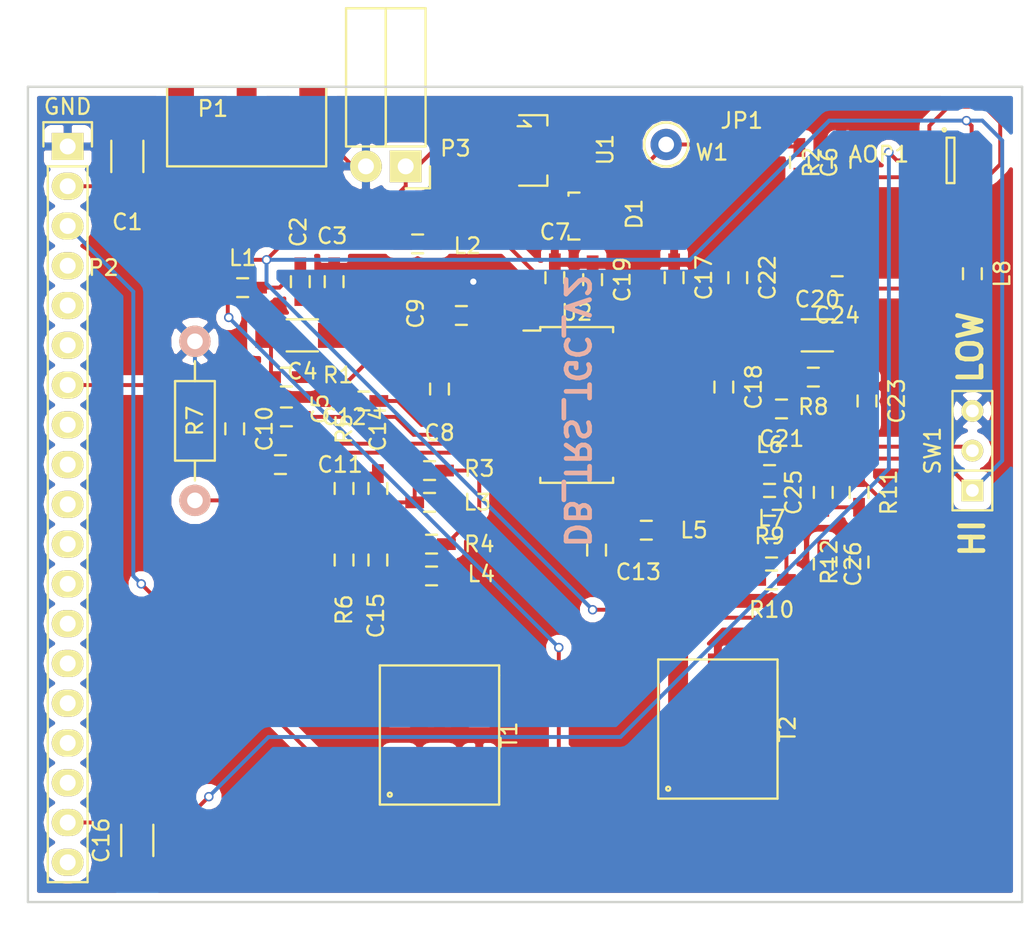
<source format=kicad_pcb>
(kicad_pcb (version 4) (host pcbnew 4.0.4+e1-6308~48~ubuntu16.04.1-stable)
  (layers (0 F.Cu signal) (31 B.Cu signal) (34 B.Paste user) (35 F.Paste user) (36 B.SilkS user) (37 F.SilkS user) (38 B.Mask user) (39 F.Mask user) (44 Edge.Cuts user))
  (net 0 "")
  (net 1 "Net-(AOP1-Pad1)")
  (net 2 "Net-(AOP1-Pad2)")
  (net 3 "Net-(AOP1-Pad3)")
  (net 4 "Net-(AOP1-Pad6)")
  (net 5 GND)
  (net 6 "Net-(C2-Pad1)")
  (net 7 "Net-(C2-Pad2)")
  (net 8 "Net-(C4-Pad2)")
  (net 9 "Net-(C5-Pad1)")
  (net 10 "Net-(C5-Pad2)")
  (net 11 "Net-(C6-Pad1)")
  (net 12 "Net-(C8-Pad1)")
  (net 13 "Net-(C8-Pad2)")
  (net 14 "Net-(C9-Pad2)")
  (net 15 "Net-(C13-Pad1)")
  (net 16 "Net-(C14-Pad1)")
  (net 17 "Net-(C14-Pad2)")
  (net 18 "Net-(C15-Pad1)")
  (net 19 "Net-(C15-Pad2)")
  (net 20 "Net-(D1-Pad1)")
  (net 21 "Net-(L3-Pad1)")
  (net 22 "Net-(L4-Pad1)")
  (net 23 "Net-(P1-Pad1)")
  (net 24 "Net-(P2-Pad3)")
  (net 25 "Net-(R5-Pad1)")
  (net 26 "Net-(R6-Pad1)")
  (net 27 "Net-(SW1-Pad2)")
  (net 28 "Net-(U1-Pad2)")
  (net 29 "Net-(C19-Pad2)")
  (net 30 "Net-(C10-Pad2)")
  (net 31 "Net-(C11-Pad2)")
  (net 32 "Net-(C12-Pad2)")
  (net 33 "Net-(C17-Pad2)")
  (net 34 "Net-(C18-Pad1)")
  (net 35 "Net-(C18-Pad2)")
  (net 36 "Net-(C20-Pad1)")
  (net 37 "Net-(C20-Pad2)")
  (net 38 "Net-(C21-Pad1)")
  (net 39 "Net-(C21-Pad2)")
  (net 40 "Net-(C23-Pad2)")
  (net 41 "Net-(C24-Pad1)")
  (net 42 "Net-(C25-Pad1)")
  (net 43 "Net-(C25-Pad2)")
  (net 44 "Net-(C26-Pad1)")
  (net 45 "Net-(C26-Pad2)")
  (net 46 "Net-(L6-Pad1)")
  (net 47 "Net-(L7-Pad1)")
  (net 48 "Net-(R11-Pad1)")
  (net 49 "Net-(R12-Pad1)")
  (net 50 "Net-(L1-Pad1)")
  (module Echopen:Header_pin_angled_1x19 (layer F.Cu) (at 46.99 110.49)
    (fp_text reference P2 (at 2.286 -15.113) (layer F.SilkS))
    (fp_text value CONN_01X19)
    (fp_text user GND (at 0 -25.4) (layer F.SilkS))
    (pad 1 thru_hole rect (at 0 -22.86 270) (size 1.7272 2.032) (drill 1.016) (layers *.Cu *.Mask F.SilkS) (net 5 GND))
    (pad 2 thru_hole oval (at 0 -20.32 270) (size 1.7272 2.032) (drill 1.016) (layers *.Cu *.Mask F.SilkS) (net 4 "Net-(AOP1-Pad6)"))
    (pad 3 thru_hole oval (at 0 -17.78 270) (size 1.7272 2.032) (drill 1.016) (layers *.Cu *.Mask F.SilkS) (net 24 "Net-(P2-Pad3)"))
    (pad 4 thru_hole oval (at 0 -15.24 270) (size 1.7272 2.032) (drill 1.016) (layers *.Cu *.Mask F.SilkS))
    (pad 5 thru_hole oval (at 0 -12.7 270) (size 1.7272 2.032) (drill 1.016) (layers *.Cu *.Mask F.SilkS))
    (pad 6 thru_hole oval (at 0 -10.16 270) (size 1.7272 2.032) (drill 1.016) (layers *.Cu *.Mask F.SilkS))
    (pad 7 thru_hole oval (at 0 -7.62 270) (size 1.7272 2.032) (drill 1.016) (layers *.Cu *.Mask F.SilkS) (net 30 "Net-(C10-Pad2)"))
    (pad 8 thru_hole oval (at 0 -5.08 270) (size 1.7272 2.032) (drill 1.016) (layers *.Cu *.Mask F.SilkS))
    (pad 9 thru_hole oval (at 0 -2.54 270) (size 1.7272 2.032) (drill 1.016) (layers *.Cu *.Mask F.SilkS))
    (pad 10 thru_hole oval (at 0 0 270) (size 1.7272 2.032) (drill 1.016) (layers *.Cu *.Mask F.SilkS))
    (pad 11 thru_hole oval (at 0 2.54 270) (size 1.7272 2.032) (drill 1.016) (layers *.Cu *.Mask F.SilkS))
    (pad 12 thru_hole oval (at 0 5.08 270) (size 1.7272 2.032) (drill 1.016) (layers *.Cu *.Mask F.SilkS))
    (pad 13 thru_hole oval (at 0 7.62 270) (size 1.7272 2.032) (drill 1.016) (layers *.Cu *.Mask F.SilkS))
    (pad 14 thru_hole oval (at 0 10.16 270) (size 1.7272 2.032) (drill 1.016) (layers *.Cu *.Mask F.SilkS))
    (pad 15 thru_hole oval (at 0 12.7 270) (size 1.7272 2.032) (drill 1.016) (layers *.Cu *.Mask F.SilkS))
    (pad 16 thru_hole oval (at 0 15.24 270) (size 1.7272 2.032) (drill 1.016) (layers *.Cu *.Mask F.SilkS))
    (pad 17 thru_hole oval (at 0 17.78 270) (size 1.7272 2.032) (drill 1.016) (layers *.Cu *.Mask F.SilkS))
    (pad 18 thru_hole oval (at 0 20.32 270) (size 1.7272 2.032) (drill 1.016) (layers *.Cu *.Mask F.SilkS) (net 2 "Net-(AOP1-Pad2)"))
    (pad 19 thru_hole oval (at 0 22.86 270) (size 1.7272 2.032) (drill 1.016) (layers *.Cu *.Mask F.SilkS))
  )
  (module "Echopen:SOT-23-6_Handsoldering(OPA625)" (layer F.Cu) (at 103.378 88.519)
    (fp_text reference AOP1 (at -4.572 -0.381) (layer F.SilkS))
    (fp_text value OPA625)
    (pad 1 smd rect (at -1.35 -0.95) (size 1.56 0.65) (layers F.Cu F.Paste F.Mask) (net 1 "Net-(AOP1-Pad1)"))
    (pad 2 smd rect (at -1.35 0) (size 1.56 0.65) (layers F.Cu F.Paste F.Mask) (net 2 "Net-(AOP1-Pad2)"))
    (pad 3 smd rect (at -1.35 0.95) (size 1.56 0.65) (layers F.Cu F.Paste F.Mask) (net 3 "Net-(AOP1-Pad3)"))
    (pad 4 smd rect (at 1.35 0.95) (size 1.56 0.65) (layers F.Cu F.Paste F.Mask) (net 1 "Net-(AOP1-Pad1)"))
    (pad 6 smd rect (at 1.35 -0.95) (size 1.56 0.65) (layers F.Cu F.Paste F.Mask) (net 4 "Net-(AOP1-Pad6)"))
    (pad 5 smd rect (at 1.35 0) (size 1.56 0.65) (layers F.Cu F.Paste F.Mask) (net 2 "Net-(AOP1-Pad2)"))
  )
  (module Echopen:CMS_1206 (layer F.Cu) (at 50.8 88.265 90)
    (fp_text reference C1 (at -4.191 0 180) (layer F.SilkS))
    (fp_text value 10u)
    (pad 1 smd rect (at -2 0 90) (size 2 1.6) (layers F.Cu F.Paste F.Mask) (net 4 "Net-(AOP1-Pad6)"))
    (pad 2 smd rect (at 2 0 90) (size 2 1.6) (layers F.Cu F.Paste F.Mask) (net 5 GND))
  )
  (module Echopen:CMS_0603 (layer F.Cu) (at 61.849 96.266 270)
    (fp_text reference C2 (at -3.175 0.127 270) (layer F.SilkS))
    (fp_text value 100n)
    (pad 1 smd rect (at -0.95 0 270) (size 1.2 0.75) (layers F.Cu F.Paste F.Mask) (net 6 "Net-(C2-Pad1)"))
    (pad 2 smd rect (at 0.95 0 270) (size 1.2 0.75) (layers F.Cu F.Paste F.Mask) (net 7 "Net-(C2-Pad2)"))
  )
  (module Echopen:CMS_0603 (layer F.Cu) (at 64.008 96.266 270)
    (fp_text reference C3 (at -2.921 0.127 360) (layer F.SilkS))
    (fp_text value 22p)
    (pad 1 smd rect (at -0.95 0 270) (size 1.2 0.75) (layers F.Cu F.Paste F.Mask) (net 5 GND))
    (pad 2 smd rect (at 0.95 0 270) (size 1.2 0.75) (layers F.Cu F.Paste F.Mask) (net 7 "Net-(C2-Pad2)"))
  )
  (module Echopen:CMS_0603 (layer F.Cu) (at 65.913 103.886)
    (fp_text reference C5 (at -2.794 0.508 90) (layer F.SilkS))
    (fp_text value 100n)
    (pad 1 smd rect (at -0.95 0) (size 1.2 0.75) (layers F.Cu F.Paste F.Mask) (net 9 "Net-(C5-Pad1)"))
    (pad 2 smd rect (at 0.95 0) (size 1.2 0.75) (layers F.Cu F.Paste F.Mask) (net 10 "Net-(C5-Pad2)"))
  )
  (module Echopen:CMS_0603 (layer F.Cu) (at 93.726 88.646 270)
    (fp_text reference C6 (at 0 -1.9 270) (layer F.SilkS))
    (fp_text value 1n)
    (pad 1 smd rect (at -0.95 0 270) (size 1.2 0.75) (layers F.Cu F.Paste F.Mask) (net 11 "Net-(C6-Pad1)"))
    (pad 2 smd rect (at 0.95 0 270) (size 1.2 0.75) (layers F.Cu F.Paste F.Mask) (net 3 "Net-(AOP1-Pad3)"))
  )
  (module Echopen:CMS_0603 (layer F.Cu) (at 78.105 96.012 270)
    (fp_text reference C7 (at -2.921 0 360) (layer F.SilkS))
    (fp_text value 100n)
    (pad 1 smd rect (at -0.95 0 270) (size 1.2 0.75) (layers F.Cu F.Paste F.Mask) (net 5 GND))
    (pad 2 smd rect (at 0.95 0 270) (size 1.2 0.75) (layers F.Cu F.Paste F.Mask) (net 29 "Net-(C19-Pad2)"))
  )
  (module Echopen:CMS_0603 (layer F.Cu) (at 70.739 103.124 270)
    (fp_text reference C8 (at 2.794 0 360) (layer F.SilkS))
    (fp_text value 100n)
    (pad 1 smd rect (at -0.95 0 270) (size 1.2 0.75) (layers F.Cu F.Paste F.Mask) (net 12 "Net-(C8-Pad1)"))
    (pad 2 smd rect (at 0.95 0 270) (size 1.2 0.75) (layers F.Cu F.Paste F.Mask) (net 13 "Net-(C8-Pad2)"))
  )
  (module Echopen:CMS_0603 (layer F.Cu) (at 72.136 98.425)
    (fp_text reference C9 (at -2.921 -0.127 90) (layer F.SilkS))
    (fp_text value 100n)
    (pad 1 smd rect (at -0.95 0) (size 1.2 0.75) (layers F.Cu F.Paste F.Mask) (net 5 GND))
    (pad 2 smd rect (at 0.95 0) (size 1.2 0.75) (layers F.Cu F.Paste F.Mask) (net 14 "Net-(C9-Pad2)"))
  )
  (module Echopen:CMS_0603 (layer F.Cu) (at 57.658 105.664 270)
    (fp_text reference C10 (at 0 -1.9 270) (layer F.SilkS))
    (fp_text value 1n)
    (pad 1 smd rect (at -0.95 0 270) (size 1.2 0.75) (layers F.Cu F.Paste F.Mask) (net 5 GND))
    (pad 2 smd rect (at 0.95 0 270) (size 1.2 0.75) (layers F.Cu F.Paste F.Mask) (net 30 "Net-(C10-Pad2)"))
  )
  (module Echopen:CMS_0603 (layer F.Cu) (at 60.579 107.95)
    (fp_text reference C11 (at 3.81 0) (layer F.SilkS))
    (fp_text value 100n)
    (pad 1 smd rect (at -0.95 0) (size 1.2 0.75) (layers F.Cu F.Paste F.Mask) (net 5 GND))
    (pad 2 smd rect (at 0.95 0) (size 1.2 0.75) (layers F.Cu F.Paste F.Mask) (net 31 "Net-(C11-Pad2)"))
  )
  (module Echopen:CMS_0603 (layer F.Cu) (at 60.96 104.902)
    (fp_text reference C12 (at 3.683 0) (layer F.SilkS))
    (fp_text value 100n)
    (pad 1 smd rect (at -0.95 0) (size 1.2 0.75) (layers F.Cu F.Paste F.Mask) (net 5 GND))
    (pad 2 smd rect (at 0.95 0) (size 1.2 0.75) (layers F.Cu F.Paste F.Mask) (net 32 "Net-(C12-Pad2)"))
  )
  (module Echopen:CMS_0603 (layer F.Cu) (at 80.772 113.411 270)
    (fp_text reference C13 (at 1.397 -2.667 360) (layer F.SilkS))
    (fp_text value 100n)
    (pad 1 smd rect (at -0.95 0 270) (size 1.2 0.75) (layers F.Cu F.Paste F.Mask) (net 15 "Net-(C13-Pad1)"))
    (pad 2 smd rect (at 0.95 0 270) (size 1.2 0.75) (layers F.Cu F.Paste F.Mask) (net 5 GND))
  )
  (module Echopen:CMS_0603 (layer F.Cu) (at 66.802 109.474 270)
    (fp_text reference C14 (at -3.81 0 270) (layer F.SilkS))
    (fp_text value 100n)
    (pad 1 smd rect (at -0.95 0 270) (size 1.2 0.75) (layers F.Cu F.Paste F.Mask) (net 16 "Net-(C14-Pad1)"))
    (pad 2 smd rect (at 0.95 0 270) (size 1.2 0.75) (layers F.Cu F.Paste F.Mask) (net 17 "Net-(C14-Pad2)"))
  )
  (module Echopen:CMS_0603 (layer F.Cu) (at 66.802 114.046 90)
    (fp_text reference C15 (at -3.556 -0.127 90) (layer F.SilkS))
    (fp_text value 100n)
    (pad 1 smd rect (at -0.95 0 90) (size 1.2 0.75) (layers F.Cu F.Paste F.Mask) (net 18 "Net-(C15-Pad1)"))
    (pad 2 smd rect (at 0.95 0 90) (size 1.2 0.75) (layers F.Cu F.Paste F.Mask) (net 19 "Net-(C15-Pad2)"))
  )
  (module Echopen:Jumper (layer F.Cu) (at 90.043 87.63)
    (fp_text reference JP1 (at 0 -1.651) (layer F.SilkS))
    (fp_text value JUMPER)
    (pad 1 smd rect (at -0.889 0) (size 1.27 1.27) (layers F.Cu F.Paste F.Mask) (net 20 "Net-(D1-Pad1)"))
    (pad 2 smd rect (at 0.889 0) (size 1.27 1.27) (layers F.Cu F.Paste F.Mask) (net 11 "Net-(C6-Pad1)"))
  )
  (module Echopen:CMS_0603 (layer F.Cu) (at 58.166 96.647)
    (fp_text reference L1 (at 0 -1.9) (layer F.SilkS))
    (fp_text value 120n)
    (pad 1 smd rect (at -0.95 0) (size 1.2 0.75) (layers F.Cu F.Paste F.Mask) (net 50 "Net-(L1-Pad1)"))
    (pad 2 smd rect (at 0.95 0) (size 1.2 0.75) (layers F.Cu F.Paste F.Mask) (net 6 "Net-(C2-Pad1)"))
  )
  (module Echopen:CMS_0603 (layer F.Cu) (at 69.342 93.853)
    (fp_text reference L2 (at 3.175 0.127) (layer F.SilkS))
    (fp_text value 120n)
    (pad 1 smd rect (at -0.95 0) (size 1.2 0.75) (layers F.Cu F.Paste F.Mask) (net 4 "Net-(AOP1-Pad6)"))
    (pad 2 smd rect (at 0.95 0) (size 1.2 0.75) (layers F.Cu F.Paste F.Mask) (net 29 "Net-(C19-Pad2)"))
  )
  (module Echopen:CMS_0603 (layer F.Cu) (at 70.104 110.363 180)
    (fp_text reference L3 (at -3.048 0 180) (layer F.SilkS))
    (fp_text value 120n)
    (pad 1 smd rect (at -0.95 0 180) (size 1.2 0.75) (layers F.Cu F.Paste F.Mask) (net 21 "Net-(L3-Pad1)"))
    (pad 2 smd rect (at 0.95 0 180) (size 1.2 0.75) (layers F.Cu F.Paste F.Mask) (net 17 "Net-(C14-Pad2)"))
  )
  (module Echopen:CMS_0603 (layer F.Cu) (at 70.231 115.062 180)
    (fp_text reference L4 (at -3.175 0.127 180) (layer F.SilkS))
    (fp_text value 120n)
    (pad 1 smd rect (at -0.95 0 180) (size 1.2 0.75) (layers F.Cu F.Paste F.Mask) (net 22 "Net-(L4-Pad1)"))
    (pad 2 smd rect (at 0.95 0 180) (size 1.2 0.75) (layers F.Cu F.Paste F.Mask) (net 19 "Net-(C15-Pad2)"))
  )
  (module Echopen:CMS_0603 (layer F.Cu) (at 83.947 112.141)
    (fp_text reference L5 (at 3.048 0) (layer F.SilkS))
    (fp_text value 120n)
    (pad 1 smd rect (at -0.95 0) (size 1.2 0.75) (layers F.Cu F.Paste F.Mask) (net 15 "Net-(C13-Pad1)"))
    (pad 2 smd rect (at 0.95 0) (size 1.2 0.75) (layers F.Cu F.Paste F.Mask) (net 4 "Net-(AOP1-Pad6)"))
  )
  (module Socket_Strips:Socket_Strip_Angled_1x02 (layer F.Cu) (at 68.58 88.9 180)
    (fp_text reference P3 (at -3.175 1.143 180) (layer F.SilkS))
    (fp_text value CONN_01X02)
    (pad 1 thru_hole rect (at 0 0 180) (size 2.032 2.032) (drill 1.016) (layers *.Cu *.Mask F.SilkS) (net 23 "Net-(P1-Pad1)"))
    (pad 2 thru_hole oval (at 2.54 0 180) (size 2.032 2.032) (drill 1.016) (layers *.Cu *.Mask F.SilkS) (net 5 GND))
  )
  (module Echopen:CMS_0603 (layer F.Cu) (at 60.96 102.362)
    (fp_text reference R1 (at 3.302 -0.127) (layer F.SilkS))
    (fp_text value 274)
    (pad 1 smd rect (at -0.95 0) (size 1.2 0.75) (layers F.Cu F.Paste F.Mask) (net 8 "Net-(C4-Pad2)"))
    (pad 2 smd rect (at 0.95 0) (size 1.2 0.75) (layers F.Cu F.Paste F.Mask) (net 9 "Net-(C5-Pad1)"))
  )
  (module Echopen:CMS_0603 (layer F.Cu) (at 96.393 88.646 90)
    (fp_text reference R2 (at 0 -1.9 90) (layer F.SilkS))
    (fp_text value 220)
    (pad 1 smd rect (at -0.95 0 90) (size 1.2 0.75) (layers F.Cu F.Paste F.Mask) (net 3 "Net-(AOP1-Pad3)"))
    (pad 2 smd rect (at 0.95 0 90) (size 1.2 0.75) (layers F.Cu F.Paste F.Mask) (net 5 GND))
  )
  (module Echopen:CMS_0603 (layer F.Cu) (at 70.104 108.331)
    (fp_text reference R3 (at 3.175 -0.127) (layer F.SilkS))
    (fp_text value 100)
    (pad 1 smd rect (at -0.95 0) (size 1.2 0.75) (layers F.Cu F.Paste F.Mask) (net 17 "Net-(C14-Pad2)"))
    (pad 2 smd rect (at 0.95 0) (size 1.2 0.75) (layers F.Cu F.Paste F.Mask) (net 21 "Net-(L3-Pad1)"))
  )
  (module Echopen:CMS_0603 (layer F.Cu) (at 70.231 113.03)
    (fp_text reference R4 (at 3.048 0) (layer F.SilkS))
    (fp_text value 100)
    (pad 1 smd rect (at -0.95 0) (size 1.2 0.75) (layers F.Cu F.Paste F.Mask) (net 19 "Net-(C15-Pad2)"))
    (pad 2 smd rect (at 0.95 0) (size 1.2 0.75) (layers F.Cu F.Paste F.Mask) (net 22 "Net-(L4-Pad1)"))
  )
  (module Echopen:CMS_0603 (layer F.Cu) (at 64.643 109.474 90)
    (fp_text reference R5 (at 3.81 0 90) (layer F.SilkS))
    (fp_text value 237)
    (pad 1 smd rect (at -0.95 0 90) (size 1.2 0.75) (layers F.Cu F.Paste F.Mask) (net 25 "Net-(R5-Pad1)"))
    (pad 2 smd rect (at 0.95 0 90) (size 1.2 0.75) (layers F.Cu F.Paste F.Mask) (net 16 "Net-(C14-Pad1)"))
  )
  (module Echopen:CMS_0603 (layer F.Cu) (at 64.643 114.046 270)
    (fp_text reference R6 (at 3.175 0 270) (layer F.SilkS))
    (fp_text value 237)
    (pad 1 smd rect (at -0.95 0 270) (size 1.2 0.75) (layers F.Cu F.Paste F.Mask) (net 26 "Net-(R6-Pad1)"))
    (pad 2 smd rect (at 0.95 0 270) (size 1.2 0.75) (layers F.Cu F.Paste F.Mask) (net 18 "Net-(C15-Pad1)"))
  )
  (module Buttons_Switches_ThroughHole:SW_Micro_SPST (layer F.Cu) (at 104.775 107.061 90)
    (fp_text reference SW1 (at 0 -2.54 90) (layer F.SilkS))
    (fp_text value SWITCH_INV)
    (pad 1 thru_hole rect (at -2.54 0 90) (size 1.397 1.397) (drill 0.8128) (layers *.Cu *.Mask F.SilkS) (net 4 "Net-(AOP1-Pad6)"))
    (pad 2 thru_hole circle (at 0 0 90) (size 1.397 1.397) (drill 0.8128) (layers *.Cu *.Mask F.SilkS) (net 27 "Net-(SW1-Pad2)"))
    (pad 3 thru_hole circle (at 2.54 0 90) (size 1.397 1.397) (drill 0.8128) (layers *.Cu *.Mask F.SilkS) (net 5 GND))
  )
  (module "Echopen:SOT89-3_(MD0100)" (layer F.Cu) (at 76.327 87.884 270)
    (fp_text reference U1 (at -0.0508 -5.00126 270) (layer F.SilkS))
    (fp_text value MD0100)
    (pad 1 smd rect (at -1.50114 2.35204 270) (size 1.00076 2.5019) (layers F.Cu F.Paste F.Mask) (net 23 "Net-(P1-Pad1)"))
    (pad 2 smd rect (at 0 2.35204 270) (size 1.00076 2.5019) (layers F.Cu F.Paste F.Mask) (net 28 "Net-(U1-Pad2)"))
    (pad 3 smd rect (at 1.50114 2.35204 270) (size 1.00076 2.5019) (layers F.Cu F.Paste F.Mask) (net 20 "Net-(D1-Pad1)"))
    (pad 2 smd rect (at 0 -1.6002 270) (size 1.99898 4.0005) (layers F.Cu F.Paste F.Mask) (net 28 "Net-(U1-Pad2)"))
    (pad 2 smd trapezoid (at 0 0.7493 90) (size 1.50114 0.7493) (rect_delta 0 0.50038) (layers F.Cu F.Paste F.Mask) (net 28 "Net-(U1-Pad2)"))
  )
  (module Measurement_Points:Test_Point_Keystone_5000-5004_Miniature (layer F.Cu) (at 85.217 87.503)
    (fp_text reference W1 (at 2.921 0.508) (layer F.SilkS))
    (fp_text value TEST_1P)
    (pad 1 thru_hole circle (at 0 0) (size 2 2) (drill 1) (layers *.Cu *.Mask) (net 20 "Net-(D1-Pad1)"))
  )
  (module Echopen:SMA (layer F.Cu) (at 58.42 86.36 180)
    (fp_text reference P1 (at 2.159 1.143 180) (layer F.SilkS))
    (fp_text value SMA)
    (pad 2 smd rect (at -4.2545 0 180) (size 1.778 5.08) (layers *.Paste *.Mask F.Cu) (net 5 GND))
    (pad 2 smd rect (at 4.2545 0 180) (size 1.778 5.08) (layers *.Paste *.Mask F.Cu) (net 5 GND))
    (pad 1 smd rect (at 0 0 180) (size 1.27 5.08) (layers F.Cu F.Paste F.Mask) (net 23 "Net-(P1-Pad1)"))
  )
  (module Echopen:SOT-23 (layer F.Cu) (at 79.629 92.075 90)
    (fp_text reference D1 (at 0.127 3.556 90) (layer F.SilkS))
    (fp_text value BAV99)
    (pad 2 smd rect (at -0.95 1.50114 90) (size 0.8001 1.80086) (layers F.Cu F.Paste F.Mask) (net 5 GND))
    (pad 3 smd rect (at 0.95 1.50114 90) (size 0.8001 1.80086) (layers F.Cu F.Paste F.Mask) (net 5 GND))
    (pad 1 smd rect (at 0 -1.50114 90) (size 0.8001 1.80086) (layers F.Cu F.Paste F.Mask) (net 20 "Net-(D1-Pad1)"))
  )
  (module Echopen:CMS_1206 (layer F.Cu) (at 51.435 131.953 90)
    (fp_text reference C16 (at 0 -2.3 90) (layer F.SilkS))
    (fp_text value 10u)
    (pad 1 smd rect (at -2 0 90) (size 2 1.6) (layers F.Cu F.Paste F.Mask) (net 5 GND))
    (pad 2 smd rect (at 2 0 90) (size 2 1.6) (layers F.Cu F.Paste F.Mask) (net 2 "Net-(AOP1-Pad2)"))
  )
  (module Echopen:CMS_1206 (layer F.Cu) (at 61.976 99.695 180)
    (fp_text reference C4 (at 0 -2.3 180) (layer F.SilkS))
    (fp_text value 18n)
    (pad 1 smd rect (at -2 0 180) (size 2 1.6) (layers F.Cu F.Paste F.Mask) (net 7 "Net-(C2-Pad2)"))
    (pad 2 smd rect (at 2 0 180) (size 2 1.6) (layers F.Cu F.Paste F.Mask) (net 8 "Net-(C4-Pad2)"))
  )
  (module "Echopen:Transfo_6pins(coilcraft)" (layer F.Cu) (at 70.739 125.222 270)
    (fp_text reference T1 (at 0 -4.445 270) (layer F.SilkS))
    (fp_text value TRANSFO_6pins)
    (pad 3 smd rect (at -2.921 -2.54 270) (size 3.81 1.27) (layers F.Cu F.Paste F.Mask) (net 26 "Net-(R6-Pad1)"))
    (pad 2 smd rect (at -2.921 0 270) (size 3.81 1.27) (layers F.Cu F.Paste F.Mask) (net 5 GND))
    (pad 1 smd rect (at -2.921 2.54 270) (size 3.81 1.27) (layers F.Cu F.Paste F.Mask) (net 25 "Net-(R5-Pad1)"))
    (pad 4 smd rect (at 2.921 -2.54 270) (size 3.81 1.27) (layers F.Cu F.Paste F.Mask) (net 5 GND))
    (pad 5 smd rect (at 2.921 0 270) (size 3.81 1.27) (layers F.Cu F.Paste F.Mask))
    (pad 6 smd rect (at 2.921 2.54 270) (size 3.81 1.27) (layers F.Cu F.Paste F.Mask) (net 24 "Net-(P2-Pad3)"))
  )
  (module Echopen:CMS_0603 (layer F.Cu) (at 85.725 96.012 270)
    (fp_text reference C17 (at 0 -1.9 270) (layer F.SilkS))
    (fp_text value 100n)
    (pad 1 smd rect (at -0.95 0 270) (size 1.2 0.75) (layers F.Cu F.Paste F.Mask) (net 5 GND))
    (pad 2 smd rect (at 0.95 0 270) (size 1.2 0.75) (layers F.Cu F.Paste F.Mask) (net 33 "Net-(C17-Pad2)"))
  )
  (module Echopen:CMS_0603 (layer F.Cu) (at 88.9 102.997 270)
    (fp_text reference C18 (at 0 -1.9 270) (layer F.SilkS))
    (fp_text value 100n)
    (pad 1 smd rect (at -0.95 0 270) (size 1.2 0.75) (layers F.Cu F.Paste F.Mask) (net 34 "Net-(C18-Pad1)"))
    (pad 2 smd rect (at 0.95 0 270) (size 1.2 0.75) (layers F.Cu F.Paste F.Mask) (net 35 "Net-(C18-Pad2)"))
  )
  (module Echopen:CMS_0603 (layer F.Cu) (at 80.518 96.139 270)
    (fp_text reference C19 (at 0 -1.9 270) (layer F.SilkS))
    (fp_text value 100n)
    (pad 1 smd rect (at -0.95 0 270) (size 1.2 0.75) (layers F.Cu F.Paste F.Mask) (net 5 GND))
    (pad 2 smd rect (at 0.95 0 270) (size 1.2 0.75) (layers F.Cu F.Paste F.Mask) (net 29 "Net-(C19-Pad2)"))
  )
  (module Echopen:CMS_1206 (layer F.Cu) (at 94.869 99.695)
    (fp_text reference C20 (at 0 -2.3) (layer F.SilkS))
    (fp_text value 18n)
    (pad 1 smd rect (at -2 0) (size 2 1.6) (layers F.Cu F.Paste F.Mask) (net 36 "Net-(C20-Pad1)"))
    (pad 2 smd rect (at 2 0) (size 2 1.6) (layers F.Cu F.Paste F.Mask) (net 37 "Net-(C20-Pad2)"))
  )
  (module Echopen:CMS_0603 (layer F.Cu) (at 92.583 104.394 180)
    (fp_text reference C21 (at 0 -1.9 180) (layer F.SilkS))
    (fp_text value 100n)
    (pad 1 smd rect (at -0.95 0 180) (size 1.2 0.75) (layers F.Cu F.Paste F.Mask) (net 38 "Net-(C21-Pad1)"))
    (pad 2 smd rect (at 0.95 0 180) (size 1.2 0.75) (layers F.Cu F.Paste F.Mask) (net 39 "Net-(C21-Pad2)"))
  )
  (module Echopen:CMS_0603 (layer F.Cu) (at 89.789 96.012 270)
    (fp_text reference C22 (at 0 -1.9 270) (layer F.SilkS))
    (fp_text value 22p)
    (pad 1 smd rect (at -0.95 0 270) (size 1.2 0.75) (layers F.Cu F.Paste F.Mask) (net 5 GND))
    (pad 2 smd rect (at 0.95 0 270) (size 1.2 0.75) (layers F.Cu F.Paste F.Mask) (net 36 "Net-(C20-Pad1)"))
  )
  (module Echopen:CMS_0603 (layer F.Cu) (at 98.044 103.886 270)
    (fp_text reference C23 (at 0 -1.9 270) (layer F.SilkS))
    (fp_text value 100n)
    (pad 1 smd rect (at -0.95 0 270) (size 1.2 0.75) (layers F.Cu F.Paste F.Mask) (net 5 GND))
    (pad 2 smd rect (at 0.95 0 270) (size 1.2 0.75) (layers F.Cu F.Paste F.Mask) (net 40 "Net-(C23-Pad2)"))
  )
  (module Echopen:CMS_0603 (layer F.Cu) (at 96.139 96.52 180)
    (fp_text reference C24 (at 0 -1.9 180) (layer F.SilkS))
    (fp_text value 100n)
    (pad 1 smd rect (at -0.95 0 180) (size 1.2 0.75) (layers F.Cu F.Paste F.Mask) (net 41 "Net-(C24-Pad1)"))
    (pad 2 smd rect (at 0.95 0 180) (size 1.2 0.75) (layers F.Cu F.Paste F.Mask) (net 36 "Net-(C20-Pad1)"))
  )
  (module Echopen:CMS_0603 (layer F.Cu) (at 95.25 109.728 90)
    (fp_text reference C25 (at 0 -1.9 90) (layer F.SilkS))
    (fp_text value 100n)
    (pad 1 smd rect (at -0.95 0 90) (size 1.2 0.75) (layers F.Cu F.Paste F.Mask) (net 42 "Net-(C25-Pad1)"))
    (pad 2 smd rect (at 0.95 0 90) (size 1.2 0.75) (layers F.Cu F.Paste F.Mask) (net 43 "Net-(C25-Pad2)"))
  )
  (module Echopen:CMS_0603 (layer F.Cu) (at 95.25 114.3 270)
    (fp_text reference C26 (at 0 -1.9 270) (layer F.SilkS))
    (fp_text value 100n)
    (pad 1 smd rect (at -0.95 0 270) (size 1.2 0.75) (layers F.Cu F.Paste F.Mask) (net 44 "Net-(C26-Pad1)"))
    (pad 2 smd rect (at 0.95 0 270) (size 1.2 0.75) (layers F.Cu F.Paste F.Mask) (net 45 "Net-(C26-Pad2)"))
  )
  (module Echopen:CMS_0603 (layer F.Cu) (at 91.821 108.585)
    (fp_text reference L6 (at 0 -1.9) (layer F.SilkS))
    (fp_text value 120n)
    (pad 1 smd rect (at -0.95 0) (size 1.2 0.75) (layers F.Cu F.Paste F.Mask) (net 46 "Net-(L6-Pad1)"))
    (pad 2 smd rect (at 0.95 0) (size 1.2 0.75) (layers F.Cu F.Paste F.Mask) (net 43 "Net-(C25-Pad2)"))
  )
  (module Echopen:CMS_0603 (layer F.Cu) (at 91.948 113.284)
    (fp_text reference L7 (at 0 -1.9) (layer F.SilkS))
    (fp_text value 120n)
    (pad 1 smd rect (at -0.95 0) (size 1.2 0.75) (layers F.Cu F.Paste F.Mask) (net 47 "Net-(L7-Pad1)"))
    (pad 2 smd rect (at 0.95 0) (size 1.2 0.75) (layers F.Cu F.Paste F.Mask) (net 45 "Net-(C26-Pad2)"))
  )
  (module Echopen:CMS_0603 (layer F.Cu) (at 104.775 95.758 270)
    (fp_text reference L8 (at 0 -1.9 270) (layer F.SilkS))
    (fp_text value 120n)
    (pad 1 smd rect (at -0.95 0 270) (size 1.2 0.75) (layers F.Cu F.Paste F.Mask) (net 1 "Net-(AOP1-Pad1)"))
    (pad 2 smd rect (at 0.95 0 270) (size 1.2 0.75) (layers F.Cu F.Paste F.Mask) (net 41 "Net-(C24-Pad1)"))
  )
  (module Echopen:Resistor_TH_common (layer F.Cu) (at 55.118 100.076 270)
    (fp_text reference R7 (at 5.08 0 270) (layer F.SilkS))
    (fp_text value 0)
    (pad 1 thru_hole circle (at 0 0 270) (size 1.99898 1.99898) (drill 1.00076) (layers *.Cu *.SilkS *.Mask) (net 5 GND))
    (pad 2 thru_hole circle (at 10.16 0 270) (size 1.99898 1.99898) (drill 1.00076) (layers *.Cu *.SilkS *.Mask) (net 31 "Net-(C11-Pad2)"))
  )
  (module Echopen:CMS_0603 (layer F.Cu) (at 94.615 102.362 180)
    (fp_text reference R8 (at 0 -1.9 180) (layer F.SilkS))
    (fp_text value 274)
    (pad 1 smd rect (at -0.95 0 180) (size 1.2 0.75) (layers F.Cu F.Paste F.Mask) (net 37 "Net-(C20-Pad2)"))
    (pad 2 smd rect (at 0.95 0 180) (size 1.2 0.75) (layers F.Cu F.Paste F.Mask) (net 38 "Net-(C21-Pad1)"))
  )
  (module Echopen:CMS_0603 (layer F.Cu) (at 91.821 110.617 180)
    (fp_text reference R9 (at 0 -1.9 180) (layer F.SilkS))
    (fp_text value 100)
    (pad 1 smd rect (at -0.95 0 180) (size 1.2 0.75) (layers F.Cu F.Paste F.Mask) (net 43 "Net-(C25-Pad2)"))
    (pad 2 smd rect (at 0.95 0 180) (size 1.2 0.75) (layers F.Cu F.Paste F.Mask) (net 46 "Net-(L6-Pad1)"))
  )
  (module Echopen:CMS_0603 (layer F.Cu) (at 91.948 115.316 180)
    (fp_text reference R10 (at 0 -1.9 180) (layer F.SilkS))
    (fp_text value 100)
    (pad 1 smd rect (at -0.95 0 180) (size 1.2 0.75) (layers F.Cu F.Paste F.Mask) (net 45 "Net-(C26-Pad2)"))
    (pad 2 smd rect (at 0.95 0 180) (size 1.2 0.75) (layers F.Cu F.Paste F.Mask) (net 47 "Net-(L7-Pad1)"))
  )
  (module Echopen:CMS_0603 (layer F.Cu) (at 97.536 109.728 270)
    (fp_text reference R11 (at 0 -1.9 270) (layer F.SilkS))
    (fp_text value 237)
    (pad 1 smd rect (at -0.95 0 270) (size 1.2 0.75) (layers F.Cu F.Paste F.Mask) (net 48 "Net-(R11-Pad1)"))
    (pad 2 smd rect (at 0.95 0 270) (size 1.2 0.75) (layers F.Cu F.Paste F.Mask) (net 42 "Net-(C25-Pad1)"))
  )
  (module Echopen:CMS_0603 (layer F.Cu) (at 97.536 114.173 90)
    (fp_text reference R12 (at 0 -1.9 90) (layer F.SilkS))
    (fp_text value 237)
    (pad 1 smd rect (at -0.95 0 90) (size 1.2 0.75) (layers F.Cu F.Paste F.Mask) (net 49 "Net-(R12-Pad1)"))
    (pad 2 smd rect (at 0.95 0 90) (size 1.2 0.75) (layers F.Cu F.Paste F.Mask) (net 44 "Net-(C26-Pad1)"))
  )
  (module "Echopen:Transfo_6pins(coilcraft)" (layer F.Cu) (at 88.519 124.841 270)
    (fp_text reference T2 (at 0 -4.445 270) (layer F.SilkS))
    (fp_text value TRANSFO_6pins)
    (pad 3 smd rect (at -2.921 -2.54 270) (size 3.81 1.27) (layers F.Cu F.Paste F.Mask) (net 48 "Net-(R11-Pad1)"))
    (pad 2 smd rect (at -2.921 0 270) (size 3.81 1.27) (layers F.Cu F.Paste F.Mask) (net 5 GND))
    (pad 1 smd rect (at -2.921 2.54 270) (size 3.81 1.27) (layers F.Cu F.Paste F.Mask) (net 49 "Net-(R12-Pad1)"))
    (pad 4 smd rect (at 2.921 -2.54 270) (size 3.81 1.27) (layers F.Cu F.Paste F.Mask) (net 50 "Net-(L1-Pad1)"))
    (pad 5 smd rect (at 2.921 0 270) (size 3.81 1.27) (layers F.Cu F.Paste F.Mask))
    (pad 6 smd rect (at 2.921 2.54 270) (size 3.81 1.27) (layers F.Cu F.Paste F.Mask) (net 5 GND))
  )
  (module "Echopen:TSSOP-28(AD8332)" (layer F.Cu) (at 79.502 104.14)
    (fp_text reference U2 (at 0 -5.9) (layer F.SilkS))
    (fp_text value AD8332)
    (pad 1 smd rect (at -2.925 -4.225) (size 1.45 0.4) (layers F.Cu F.Paste F.Mask) (net 14 "Net-(C9-Pad2)"))
    (pad 2 smd rect (at -2.925 -3.575) (size 1.45 0.4) (layers F.Cu F.Paste F.Mask) (net 7 "Net-(C2-Pad2)"))
    (pad 3 smd rect (at -2.925 -2.925) (size 1.45 0.4) (layers F.Cu F.Paste F.Mask) (net 29 "Net-(C19-Pad2)"))
    (pad 4 smd rect (at -2.925 -2.275) (size 1.45 0.4) (layers F.Cu F.Paste F.Mask) (net 9 "Net-(C5-Pad1)"))
    (pad 5 smd rect (at -2.925 -1.625) (size 1.45 0.4) (layers F.Cu F.Paste F.Mask) (net 12 "Net-(C8-Pad1)"))
    (pad 6 smd rect (at -2.925 -0.975) (size 1.45 0.4) (layers F.Cu F.Paste F.Mask) (net 5 GND))
    (pad 7 smd rect (at -2.925 -0.325) (size 1.45 0.4) (layers F.Cu F.Paste F.Mask) (net 13 "Net-(C8-Pad2)"))
    (pad 8 smd rect (at -2.925 0.325) (size 1.45 0.4) (layers F.Cu F.Paste F.Mask) (net 10 "Net-(C5-Pad2)"))
    (pad 9 smd rect (at -2.925 0.975) (size 1.45 0.4) (layers F.Cu F.Paste F.Mask) (net 32 "Net-(C12-Pad2)"))
    (pad 10 smd rect (at -2.925 1.625) (size 1.45 0.4) (layers F.Cu F.Paste F.Mask) (net 30 "Net-(C10-Pad2)"))
    (pad 11 smd rect (at -2.925 2.275) (size 1.45 0.4) (layers F.Cu F.Paste F.Mask) (net 31 "Net-(C11-Pad2)"))
    (pad 12 smd rect (at -2.925 2.925) (size 1.45 0.4) (layers F.Cu F.Paste F.Mask) (net 21 "Net-(L3-Pad1)"))
    (pad 13 smd rect (at -2.925 3.575) (size 1.45 0.4) (layers F.Cu F.Paste F.Mask) (net 22 "Net-(L4-Pad1)"))
    (pad 14 smd rect (at -2.925 4.225) (size 1.45 0.4) (layers F.Cu F.Paste F.Mask) (net 5 GND))
    (pad 15 smd rect (at 2.925 4.225) (size 1.45 0.4) (layers F.Cu F.Paste F.Mask) (net 15 "Net-(C13-Pad1)"))
    (pad 16 smd rect (at 2.925 3.575) (size 1.45 0.4) (layers F.Cu F.Paste F.Mask) (net 47 "Net-(L7-Pad1)"))
    (pad 17 smd rect (at 2.925 2.925) (size 1.45 0.4) (layers F.Cu F.Paste F.Mask) (net 46 "Net-(L6-Pad1)"))
    (pad 18 smd rect (at 2.925 2.275) (size 1.45 0.4) (layers F.Cu F.Paste F.Mask) (net 4 "Net-(AOP1-Pad6)"))
    (pad 19 smd rect (at 2.925 1.625) (size 1.45 0.4) (layers F.Cu F.Paste F.Mask) (net 27 "Net-(SW1-Pad2)"))
    (pad 20 smd rect (at 2.925 0.975) (size 1.45 0.4) (layers F.Cu F.Paste F.Mask) (net 40 "Net-(C23-Pad2)"))
    (pad 21 smd rect (at 2.925 0.325) (size 1.45 0.4) (layers F.Cu F.Paste F.Mask) (net 39 "Net-(C21-Pad2)"))
    (pad 22 smd rect (at 2.925 -0.325) (size 1.45 0.4) (layers F.Cu F.Paste F.Mask) (net 35 "Net-(C18-Pad2)"))
    (pad 23 smd rect (at 2.925 -0.975) (size 1.45 0.4) (layers F.Cu F.Paste F.Mask) (net 5 GND))
    (pad 24 smd rect (at 2.925 -1.625) (size 1.45 0.4) (layers F.Cu F.Paste F.Mask) (net 34 "Net-(C18-Pad1)"))
    (pad 25 smd rect (at 2.925 -2.275) (size 1.45 0.4) (layers F.Cu F.Paste F.Mask) (net 38 "Net-(C21-Pad1)"))
    (pad 26 smd rect (at 2.925 -2.925) (size 1.45 0.4) (layers F.Cu F.Paste F.Mask) (net 29 "Net-(C19-Pad2)"))
    (pad 27 smd rect (at 2.925 -3.575) (size 1.45 0.4) (layers F.Cu F.Paste F.Mask) (net 36 "Net-(C20-Pad1)"))
    (pad 28 smd rect (at 2.925 -4.225) (size 1.45 0.4) (layers F.Cu F.Paste F.Mask) (net 33 "Net-(C17-Pad2)"))
  )
  (gr_line (start 107.95 135.89) (end 44.45 135.89) (angle 90) (layer Edge.Cuts) (width 0.15))
  (gr_line (start 107.95 83.82) (end 107.95 135.89) (angle 90) (layer Edge.Cuts) (width 0.15))
  (gr_line (start 44.45 83.82) (end 107.95 83.82) (angle 90) (layer Edge.Cuts) (width 0.15))
  (gr_text DB_TRS_TGC_V2 (at 79.502 104.521 270) (layer B.SilkS) (effects (font (size 1.5 1.5) (thickness 0.3)) (justify mirror)))
  (gr_text LOW (at 104.648 100.457 90) (layer F.SilkS) (effects (font (size 1.5 1.5) (thickness 0.3))))
  (gr_text HI (at 104.775 112.649 90) (layer F.SilkS) (effects (font (size 1.5 1.5) (thickness 0.3))))
  (gr_line (start 44.45 83.82) (end 44.45 135.89) (angle 90) (layer Edge.Cuts) (width 0.15))
  (segment (start 104.728 89.469) (end 105.857 89.469) (width 0.25) (layer F.Cu) (net 1))
  (segment (start 102.028 86.313) (end 102.028 87.569) (width 0.25) (layer F.Cu) (net 1))
  (segment (start 103.251 85.09) (end 102.028 86.313) (width 0.25) (layer F.Cu) (net 1))
  (segment (start 105.537 85.09) (end 103.251 85.09) (width 0.25) (layer F.Cu) (net 1))
  (segment (start 106.553 86.106) (end 105.537 85.09) (width 0.25) (layer F.Cu) (net 1))
  (segment (start 106.553 88.773) (end 106.553 86.106) (width 0.25) (layer F.Cu) (net 1))
  (segment (start 105.857 89.469) (end 106.553 88.773) (width 0.25) (layer F.Cu) (net 1))
  (segment (start 104.728 89.469) (end 104.728 94.761) (width 0.25) (layer F.Cu) (net 1))
  (segment (start 104.728 94.761) (end 104.775 94.808) (width 0.25) (layer F.Cu) (net 1))
  (segment (start 51.435 129.953) (end 55.213 129.953) (width 0.25) (layer F.Cu) (net 2))
  (segment (start 99.949 88.519) (end 102.028 88.519) (width 0.25) (layer F.Cu) (net 2))
  (segment (start 99.441 88.011) (end 99.949 88.519) (width 0.25) (layer F.Cu) (net 2))
  (via (at 99.441 88.011) (size 0.6) (drill 0.4) (layers F.Cu B.Cu) (net 2))
  (segment (start 99.441 108.204) (end 99.441 88.011) (width 0.25) (layer B.Cu) (net 2))
  (segment (start 82.296 125.349) (end 99.441 108.204) (width 0.25) (layer B.Cu) (net 2))
  (segment (start 59.817 125.349) (end 82.296 125.349) (width 0.25) (layer B.Cu) (net 2))
  (segment (start 56.007 129.159) (end 59.817 125.349) (width 0.25) (layer B.Cu) (net 2))
  (via (at 56.007 129.159) (size 0.6) (drill 0.4) (layers F.Cu B.Cu) (net 2))
  (segment (start 55.213 129.953) (end 56.007 129.159) (width 0.25) (layer F.Cu) (net 2))
  (segment (start 102.028 88.519) (end 104.728 88.519) (width 0.25) (layer F.Cu) (net 2))
  (segment (start 46.99 130.81) (end 50.578 130.81) (width 0.25) (layer F.Cu) (net 2))
  (segment (start 50.578 130.81) (end 51.435 129.953) (width 0.25) (layer F.Cu) (net 2))
  (segment (start 47.625 130.81) (end 46.99 130.81) (width 0.25) (layer F.Cu) (net 2))
  (segment (start 96.393 89.596) (end 101.901 89.596) (width 0.25) (layer F.Cu) (net 3))
  (segment (start 101.901 89.596) (end 102.028 89.469) (width 0.25) (layer F.Cu) (net 3))
  (segment (start 93.726 89.596) (end 96.393 89.596) (width 0.25) (layer F.Cu) (net 3))
  (segment (start 104.394 85.979) (end 105.41 85.979) (width 0.25) (layer B.Cu) (net 4))
  (segment (start 106.68 107.696) (end 104.775 109.601) (width 0.25) (layer B.Cu) (net 4))
  (segment (start 106.68 87.249) (end 106.68 107.696) (width 0.25) (layer B.Cu) (net 4))
  (segment (start 105.41 85.979) (end 106.68 87.249) (width 0.25) (layer B.Cu) (net 4))
  (segment (start 59.69 94.869) (end 59.69 96.393) (width 0.25) (layer B.Cu) (net 4))
  (segment (start 84.897 115.128) (end 84.897 112.141) (width 0.25) (layer F.Cu) (net 4))
  (segment (start 82.804 117.221) (end 84.897 115.128) (width 0.25) (layer F.Cu) (net 4))
  (segment (start 80.518 117.221) (end 82.804 117.221) (width 0.25) (layer F.Cu) (net 4))
  (via (at 80.518 117.221) (size 0.6) (drill 0.4) (layers F.Cu B.Cu) (net 4))
  (segment (start 59.69 96.393) (end 80.518 117.221) (width 0.25) (layer B.Cu) (net 4))
  (segment (start 82.427 106.415) (end 85.46 106.415) (width 0.25) (layer F.Cu) (net 4))
  (segment (start 85.46 106.415) (end 86.614 107.569) (width 0.25) (layer F.Cu) (net 4))
  (segment (start 86.614 107.569) (end 102.743 107.569) (width 0.25) (layer F.Cu) (net 4))
  (segment (start 102.743 107.569) (end 104.775 109.601) (width 0.25) (layer F.Cu) (net 4))
  (segment (start 68.392 93.853) (end 60.706 93.853) (width 0.25) (layer F.Cu) (net 4))
  (segment (start 60.706 93.853) (end 59.69 94.869) (width 0.25) (layer F.Cu) (net 4))
  (segment (start 50.8 90.265) (end 50.895 90.265) (width 0.25) (layer F.Cu) (net 4))
  (segment (start 50.895 90.265) (end 55.499 94.869) (width 0.25) (layer F.Cu) (net 4))
  (segment (start 104.728 86.313) (end 104.728 87.569) (width 0.25) (layer F.Cu) (net 4))
  (segment (start 104.394 85.979) (end 104.728 86.313) (width 0.25) (layer F.Cu) (net 4))
  (via (at 104.394 85.979) (size 0.6) (drill 0.4) (layers F.Cu B.Cu) (net 4))
  (segment (start 95.631 85.979) (end 104.394 85.979) (width 0.25) (layer B.Cu) (net 4))
  (segment (start 86.741 94.869) (end 95.631 85.979) (width 0.25) (layer B.Cu) (net 4))
  (segment (start 59.69 94.869) (end 86.741 94.869) (width 0.25) (layer B.Cu) (net 4))
  (via (at 59.69 94.869) (size 0.6) (drill 0.4) (layers F.Cu B.Cu) (net 4))
  (segment (start 55.499 94.869) (end 59.69 94.869) (width 0.25) (layer F.Cu) (net 4))
  (segment (start 46.99 90.17) (end 50.705 90.17) (width 0.25) (layer F.Cu) (net 4))
  (segment (start 50.705 90.17) (end 50.8 90.265) (width 0.25) (layer F.Cu) (net 4))
  (segment (start 55.118 100.076) (end 55.118 101.346) (width 0.25) (layer B.Cu) (net 5))
  (segment (start 55.118 101.346) (end 75.819 122.047) (width 0.25) (layer B.Cu) (net 5))
  (segment (start 75.819 122.047) (end 81.026 122.047) (width 0.25) (layer B.Cu) (net 5))
  (segment (start 81.026 122.047) (end 86.741 116.332) (width 0.25) (layer B.Cu) (net 5))
  (segment (start 86.741 116.332) (end 86.741 110.109) (width 0.25) (layer B.Cu) (net 5))
  (segment (start 86.741 110.109) (end 72.898 96.266) (width 0.25) (layer B.Cu) (net 5))
  (via (at 72.898 96.266) (size 0.6) (drill 0.4) (layers F.Cu B.Cu) (net 5))
  (segment (start 72.898 96.266) (end 72.771 96.393) (width 0.25) (layer F.Cu) (net 5))
  (segment (start 72.771 96.393) (end 71.501 96.393) (width 0.25) (layer F.Cu) (net 5))
  (segment (start 71.501 96.393) (end 71.186 96.708) (width 0.25) (layer F.Cu) (net 5))
  (segment (start 71.186 96.708) (end 71.186 98.425) (width 0.25) (layer F.Cu) (net 5))
  (segment (start 66.04 88.9) (end 65.2145 88.9) (width 0.25) (layer F.Cu) (net 5))
  (segment (start 65.2145 88.9) (end 62.6745 86.36) (width 0.25) (layer F.Cu) (net 5))
  (segment (start 76.577 108.365) (end 77.69 108.365) (width 0.25) (layer F.Cu) (net 5))
  (segment (start 77.69 108.365) (end 78.613 107.442) (width 0.25) (layer F.Cu) (net 5))
  (segment (start 78.613 107.442) (end 78.613 104.013) (width 0.25) (layer F.Cu) (net 5))
  (segment (start 78.613 104.013) (end 77.765 103.165) (width 0.25) (layer F.Cu) (net 5))
  (segment (start 77.765 103.165) (end 76.577 103.165) (width 0.25) (layer F.Cu) (net 5))
  (segment (start 76.577 103.165) (end 82.427 103.165) (width 0.25) (layer F.Cu) (net 5))
  (segment (start 59.116 96.647) (end 60.518 96.647) (width 0.25) (layer F.Cu) (net 6))
  (segment (start 60.518 96.647) (end 61.849 95.316) (width 0.25) (layer F.Cu) (net 6))
  (segment (start 63.976 99.695) (end 74.168 99.695) (width 0.25) (layer F.Cu) (net 7))
  (segment (start 75.038 100.565) (end 76.577 100.565) (width 0.25) (layer F.Cu) (net 7))
  (segment (start 74.168 99.695) (end 75.038 100.565) (width 0.25) (layer F.Cu) (net 7))
  (segment (start 61.849 97.216) (end 64.008 97.216) (width 0.25) (layer F.Cu) (net 7))
  (segment (start 64.008 97.216) (end 63.976 97.248) (width 0.25) (layer F.Cu) (net 7))
  (segment (start 63.976 97.248) (end 63.976 99.695) (width 0.25) (layer F.Cu) (net 7))
  (segment (start 59.976 99.695) (end 59.976 102.328) (width 0.25) (layer F.Cu) (net 8))
  (segment (start 59.976 102.328) (end 60.01 102.362) (width 0.25) (layer F.Cu) (net 8))
  (segment (start 61.91 102.362) (end 63.439 102.362) (width 0.25) (layer F.Cu) (net 9))
  (segment (start 63.439 102.362) (end 64.963 103.886) (width 0.25) (layer F.Cu) (net 9))
  (segment (start 64.963 103.886) (end 64.963 102.55) (width 0.25) (layer F.Cu) (net 9))
  (segment (start 64.963 102.55) (end 66.929 100.584) (width 0.25) (layer F.Cu) (net 9))
  (segment (start 66.929 100.584) (end 73.279 100.584) (width 0.25) (layer F.Cu) (net 9))
  (segment (start 73.279 100.584) (end 74.56 101.865) (width 0.25) (layer F.Cu) (net 9))
  (segment (start 74.56 101.865) (end 76.577 101.865) (width 0.25) (layer F.Cu) (net 9))
  (segment (start 66.863 103.886) (end 68.072 103.886) (width 0.25) (layer F.Cu) (net 10))
  (segment (start 72.7 104.465) (end 76.577 104.465) (width 0.25) (layer F.Cu) (net 10))
  (segment (start 71.755 105.41) (end 72.7 104.465) (width 0.25) (layer F.Cu) (net 10))
  (segment (start 69.596 105.41) (end 71.755 105.41) (width 0.25) (layer F.Cu) (net 10))
  (segment (start 68.072 103.886) (end 69.596 105.41) (width 0.25) (layer F.Cu) (net 10))
  (segment (start 90.932 87.63) (end 93.66 87.63) (width 0.25) (layer F.Cu) (net 11))
  (segment (start 93.66 87.63) (end 93.726 87.696) (width 0.25) (layer F.Cu) (net 11))
  (segment (start 70.739 102.174) (end 73.726 102.174) (width 0.25) (layer F.Cu) (net 12))
  (segment (start 74.067 102.515) (end 76.577 102.515) (width 0.25) (layer F.Cu) (net 12))
  (segment (start 73.726 102.174) (end 74.067 102.515) (width 0.25) (layer F.Cu) (net 12))
  (segment (start 76.577 103.815) (end 70.998 103.815) (width 0.25) (layer F.Cu) (net 13))
  (segment (start 70.998 103.815) (end 70.739 104.074) (width 0.25) (layer F.Cu) (net 13))
  (segment (start 73.086 98.425) (end 75.087 98.425) (width 0.25) (layer F.Cu) (net 14))
  (segment (start 75.087 98.425) (end 76.577 99.915) (width 0.25) (layer F.Cu) (net 14))
  (segment (start 80.772 112.461) (end 82.677 112.461) (width 0.25) (layer F.Cu) (net 15))
  (segment (start 82.677 112.461) (end 82.997 112.141) (width 0.25) (layer F.Cu) (net 15))
  (segment (start 82.427 108.365) (end 82.427 111.571) (width 0.25) (layer F.Cu) (net 15))
  (segment (start 82.427 111.571) (end 82.997 112.141) (width 0.25) (layer F.Cu) (net 15))
  (segment (start 66.802 108.524) (end 64.643 108.524) (width 0.25) (layer F.Cu) (net 16))
  (segment (start 69.154 110.363) (end 66.863 110.363) (width 0.25) (layer F.Cu) (net 17))
  (segment (start 66.863 110.363) (end 66.802 110.424) (width 0.25) (layer F.Cu) (net 17))
  (segment (start 69.154 110.363) (end 69.154 108.331) (width 0.25) (layer F.Cu) (net 17))
  (segment (start 66.802 114.996) (end 64.643 114.996) (width 0.25) (layer F.Cu) (net 18))
  (segment (start 69.281 113.03) (end 66.868 113.03) (width 0.25) (layer F.Cu) (net 19))
  (segment (start 66.868 113.03) (end 66.802 113.096) (width 0.25) (layer F.Cu) (net 19))
  (segment (start 69.281 115.062) (end 69.281 113.03) (width 0.25) (layer F.Cu) (net 19))
  (segment (start 85.217 87.503) (end 89.027 87.503) (width 0.25) (layer F.Cu) (net 20))
  (segment (start 89.027 87.503) (end 89.154 87.63) (width 0.25) (layer F.Cu) (net 20))
  (segment (start 78.12786 92.075) (end 78.12786 91.41714) (width 0.25) (layer F.Cu) (net 20))
  (segment (start 82.931 89.789) (end 85.217 87.503) (width 0.25) (layer F.Cu) (net 20))
  (segment (start 79.756 89.789) (end 82.931 89.789) (width 0.25) (layer F.Cu) (net 20))
  (segment (start 78.12786 91.41714) (end 79.756 89.789) (width 0.25) (layer F.Cu) (net 20))
  (segment (start 73.97496 89.38514) (end 73.97496 89.72296) (width 0.25) (layer F.Cu) (net 20))
  (segment (start 73.97496 89.72296) (end 76.327 92.075) (width 0.25) (layer F.Cu) (net 20))
  (segment (start 76.327 92.075) (end 78.12786 92.075) (width 0.25) (layer F.Cu) (net 20))
  (segment (start 71.054 108.331) (end 71.054 110.363) (width 0.25) (layer F.Cu) (net 21))
  (segment (start 71.054 108.331) (end 72.644 108.331) (width 0.25) (layer F.Cu) (net 21))
  (segment (start 73.91 107.065) (end 76.577 107.065) (width 0.25) (layer F.Cu) (net 21))
  (segment (start 72.644 108.331) (end 73.91 107.065) (width 0.25) (layer F.Cu) (net 21))
  (segment (start 71.181 113.03) (end 71.181 115.062) (width 0.25) (layer F.Cu) (net 22))
  (segment (start 76.577 107.715) (end 74.53 107.715) (width 0.25) (layer F.Cu) (net 22))
  (segment (start 73.279 110.932) (end 71.181 113.03) (width 0.25) (layer F.Cu) (net 22))
  (segment (start 73.279 108.966) (end 73.279 110.932) (width 0.25) (layer F.Cu) (net 22))
  (segment (start 74.53 107.715) (end 73.279 108.966) (width 0.25) (layer F.Cu) (net 22))
  (segment (start 68.58 88.9) (end 69.342 88.9) (width 0.25) (layer F.Cu) (net 23))
  (segment (start 69.342 88.9) (end 71.85914 86.38286) (width 0.25) (layer F.Cu) (net 23))
  (segment (start 71.85914 86.38286) (end 73.97496 86.38286) (width 0.25) (layer F.Cu) (net 23))
  (segment (start 59.69 90.17) (end 58.42 88.9) (width 0.25) (layer F.Cu) (net 23))
  (segment (start 62.23 90.17) (end 59.69 90.17) (width 0.25) (layer F.Cu) (net 23))
  (segment (start 63.5 91.44) (end 62.23 90.17) (width 0.25) (layer F.Cu) (net 23))
  (segment (start 67.31 91.44) (end 63.5 91.44) (width 0.25) (layer F.Cu) (net 23))
  (segment (start 68.58 88.9) (end 68.58 90.17) (width 0.25) (layer F.Cu) (net 23))
  (segment (start 68.58 90.17) (end 67.31 91.44) (width 0.25) (layer F.Cu) (net 23))
  (segment (start 58.42 88.9) (end 58.42 86.36) (width 0.25) (layer F.Cu) (net 23))
  (segment (start 58.42 88.9) (end 58.42 86.36) (width 0.25) (layer F.Cu) (net 23))
  (segment (start 58.42 86.36) (end 58.42 88.265) (width 0.25) (layer F.Cu) (net 23))
  (segment (start 68.199 128.143) (end 64.262 128.143) (width 0.25) (layer F.Cu) (net 24))
  (segment (start 51.181 96.901) (end 46.99 92.71) (width 0.25) (layer B.Cu) (net 24))
  (segment (start 51.181 115.062) (end 51.181 96.901) (width 0.25) (layer B.Cu) (net 24))
  (segment (start 51.689 115.57) (end 51.181 115.062) (width 0.25) (layer B.Cu) (net 24))
  (via (at 51.689 115.57) (size 0.6) (drill 0.4) (layers F.Cu B.Cu) (net 24))
  (segment (start 64.262 128.143) (end 51.689 115.57) (width 0.25) (layer F.Cu) (net 24))
  (segment (start 68.199 122.301) (end 67.183 122.301) (width 0.25) (layer F.Cu) (net 25))
  (segment (start 61.976 113.091) (end 64.643 110.424) (width 0.25) (layer F.Cu) (net 25))
  (segment (start 61.976 117.094) (end 61.976 113.091) (width 0.25) (layer F.Cu) (net 25))
  (segment (start 67.183 122.301) (end 61.976 117.094) (width 0.25) (layer F.Cu) (net 25))
  (segment (start 64.643 113.096) (end 64.069 113.096) (width 0.25) (layer F.Cu) (net 26))
  (segment (start 73.279 119.761) (end 73.279 122.301) (width 0.25) (layer F.Cu) (net 26))
  (segment (start 71.12 117.602) (end 73.279 119.761) (width 0.25) (layer F.Cu) (net 26))
  (segment (start 64.516 117.602) (end 71.12 117.602) (width 0.25) (layer F.Cu) (net 26))
  (segment (start 63.119 116.205) (end 64.516 117.602) (width 0.25) (layer F.Cu) (net 26))
  (segment (start 63.119 114.046) (end 63.119 116.205) (width 0.25) (layer F.Cu) (net 26))
  (segment (start 64.069 113.096) (end 63.119 114.046) (width 0.25) (layer F.Cu) (net 26))
  (segment (start 82.427 105.765) (end 85.953 105.765) (width 0.25) (layer F.Cu) (net 27))
  (segment (start 86.995 106.807) (end 104.521 106.807) (width 0.25) (layer F.Cu) (net 27))
  (segment (start 85.953 105.765) (end 86.995 106.807) (width 0.25) (layer F.Cu) (net 27))
  (segment (start 104.521 106.807) (end 104.775 107.061) (width 0.25) (layer F.Cu) (net 27))
  (segment (start 73.97496 87.884) (end 77.9272 87.884) (width 0.25) (layer F.Cu) (net 28))
  (segment (start 70.292 93.853) (end 74.996 93.853) (width 0.25) (layer F.Cu) (net 29))
  (segment (start 74.996 93.853) (end 78.232 97.089) (width 0.25) (layer F.Cu) (net 29))
  (segment (start 78.232 97.089) (end 80.518 97.089) (width 0.25) (layer F.Cu) (net 29))
  (segment (start 78.105 96.962) (end 80.391 96.962) (width 0.25) (layer F.Cu) (net 29))
  (segment (start 80.391 96.962) (end 80.518 97.089) (width 0.25) (layer F.Cu) (net 29))
  (segment (start 78.044 96.901) (end 78.105 96.962) (width 0.25) (layer F.Cu) (net 29))
  (segment (start 80.518 97.089) (end 80.518 100.203) (width 0.25) (layer F.Cu) (net 29))
  (segment (start 81.53 101.215) (end 82.427 101.215) (width 0.25) (layer F.Cu) (net 29))
  (segment (start 80.518 100.203) (end 81.53 101.215) (width 0.25) (layer F.Cu) (net 29))
  (segment (start 76.577 101.215) (end 78.744 101.215) (width 0.25) (layer F.Cu) (net 29))
  (segment (start 80.518 99.441) (end 80.518 97.089) (width 0.25) (layer F.Cu) (net 29))
  (segment (start 78.744 101.215) (end 80.518 99.441) (width 0.25) (layer F.Cu) (net 29))
  (segment (start 57.658 106.614) (end 72.583 106.614) (width 0.25) (layer F.Cu) (net 30))
  (segment (start 73.432 105.765) (end 76.577 105.765) (width 0.25) (layer F.Cu) (net 30))
  (segment (start 72.583 106.614) (end 73.432 105.765) (width 0.25) (layer F.Cu) (net 30))
  (segment (start 46.99 102.87) (end 53.914 102.87) (width 0.25) (layer F.Cu) (net 30))
  (segment (start 53.914 102.87) (end 57.658 106.614) (width 0.25) (layer F.Cu) (net 30))
  (segment (start 46.99 102.87) (end 47.371 102.87) (width 0.25) (layer F.Cu) (net 30))
  (segment (start 46.99 102.87) (end 47.625 102.87) (width 0.25) (layer F.Cu) (net 30))
  (segment (start 55.118 110.236) (end 59.944 110.236) (width 0.25) (layer F.Cu) (net 31))
  (segment (start 61.529 108.651) (end 61.529 107.95) (width 0.25) (layer F.Cu) (net 31))
  (segment (start 59.944 110.236) (end 61.529 108.651) (width 0.25) (layer F.Cu) (net 31))
  (segment (start 61.529 107.95) (end 62.865 107.95) (width 0.25) (layer F.Cu) (net 31))
  (segment (start 73.671 106.415) (end 76.577 106.415) (width 0.25) (layer F.Cu) (net 31))
  (segment (start 72.898 107.188) (end 73.671 106.415) (width 0.25) (layer F.Cu) (net 31))
  (segment (start 63.627 107.188) (end 72.898 107.188) (width 0.25) (layer F.Cu) (net 31))
  (segment (start 62.865 107.95) (end 63.627 107.188) (width 0.25) (layer F.Cu) (net 31))
  (segment (start 61.91 104.902) (end 67.945 104.902) (width 0.25) (layer F.Cu) (net 32))
  (segment (start 73.066 105.115) (end 76.577 105.115) (width 0.25) (layer F.Cu) (net 32))
  (segment (start 72.136 106.045) (end 73.066 105.115) (width 0.25) (layer F.Cu) (net 32))
  (segment (start 69.088 106.045) (end 72.136 106.045) (width 0.25) (layer F.Cu) (net 32))
  (segment (start 67.945 104.902) (end 69.088 106.045) (width 0.25) (layer F.Cu) (net 32))
  (segment (start 82.427 99.915) (end 82.772 99.915) (width 0.25) (layer F.Cu) (net 33))
  (segment (start 82.772 99.915) (end 85.725 96.962) (width 0.25) (layer F.Cu) (net 33))
  (segment (start 82.427 102.515) (end 88.432 102.515) (width 0.25) (layer F.Cu) (net 34))
  (segment (start 88.432 102.515) (end 88.9 102.047) (width 0.25) (layer F.Cu) (net 34))
  (segment (start 82.427 103.815) (end 88.768 103.815) (width 0.25) (layer F.Cu) (net 35))
  (segment (start 88.768 103.815) (end 88.9 103.947) (width 0.25) (layer F.Cu) (net 35))
  (segment (start 82.427 100.565) (end 86.186 100.565) (width 0.25) (layer F.Cu) (net 36))
  (segment (start 86.186 100.565) (end 89.789 96.962) (width 0.25) (layer F.Cu) (net 36))
  (segment (start 92.869 99.695) (end 92.522 99.695) (width 0.25) (layer F.Cu) (net 36))
  (segment (start 92.522 99.695) (end 89.789 96.962) (width 0.25) (layer F.Cu) (net 36))
  (segment (start 95.189 96.52) (end 95.189 97.375) (width 0.25) (layer F.Cu) (net 36))
  (segment (start 95.189 97.375) (end 92.869 99.695) (width 0.25) (layer F.Cu) (net 36))
  (segment (start 96.869 99.695) (end 96.869 101.058) (width 0.25) (layer F.Cu) (net 37))
  (segment (start 96.869 101.058) (end 95.565 102.362) (width 0.25) (layer F.Cu) (net 37))
  (segment (start 93.665 102.362) (end 93.665 104.262) (width 0.25) (layer F.Cu) (net 38))
  (segment (start 93.665 104.262) (end 93.533 104.394) (width 0.25) (layer F.Cu) (net 38))
  (segment (start 82.427 101.865) (end 86.603 101.865) (width 0.25) (layer F.Cu) (net 38))
  (segment (start 92.075 102.362) (end 93.665 102.362) (width 0.25) (layer F.Cu) (net 38))
  (segment (start 89.916 100.203) (end 92.075 102.362) (width 0.25) (layer F.Cu) (net 38))
  (segment (start 88.265 100.203) (end 89.916 100.203) (width 0.25) (layer F.Cu) (net 38))
  (segment (start 86.603 101.865) (end 88.265 100.203) (width 0.25) (layer F.Cu) (net 38))
  (segment (start 82.427 104.465) (end 87.066 104.465) (width 0.25) (layer F.Cu) (net 39))
  (segment (start 90.617 105.41) (end 91.633 104.394) (width 0.25) (layer F.Cu) (net 39))
  (segment (start 88.011 105.41) (end 90.617 105.41) (width 0.25) (layer F.Cu) (net 39))
  (segment (start 87.066 104.465) (end 88.011 105.41) (width 0.25) (layer F.Cu) (net 39))
  (segment (start 82.427 105.115) (end 86.319 105.115) (width 0.25) (layer F.Cu) (net 40))
  (segment (start 96.708 106.172) (end 98.044 104.836) (width 0.25) (layer F.Cu) (net 40))
  (segment (start 87.376 106.172) (end 96.708 106.172) (width 0.25) (layer F.Cu) (net 40))
  (segment (start 86.319 105.115) (end 87.376 106.172) (width 0.25) (layer F.Cu) (net 40))
  (segment (start 104.775 96.708) (end 97.277 96.708) (width 0.25) (layer F.Cu) (net 41))
  (segment (start 97.277 96.708) (end 97.089 96.52) (width 0.25) (layer F.Cu) (net 41))
  (segment (start 95.25 110.678) (end 97.536 110.678) (width 0.25) (layer F.Cu) (net 42))
  (segment (start 92.771 108.585) (end 95.057 108.585) (width 0.25) (layer F.Cu) (net 43))
  (segment (start 95.057 108.585) (end 95.25 108.778) (width 0.25) (layer F.Cu) (net 43))
  (segment (start 92.771 110.617) (end 92.771 108.585) (width 0.25) (layer F.Cu) (net 43))
  (segment (start 95.25 113.35) (end 97.409 113.35) (width 0.25) (layer F.Cu) (net 44))
  (segment (start 97.409 113.35) (end 97.536 113.223) (width 0.25) (layer F.Cu) (net 44))
  (segment (start 92.898 115.316) (end 95.184 115.316) (width 0.25) (layer F.Cu) (net 45))
  (segment (start 95.184 115.316) (end 95.25 115.25) (width 0.25) (layer F.Cu) (net 45))
  (segment (start 92.898 115.316) (end 92.898 113.284) (width 0.25) (layer F.Cu) (net 45))
  (segment (start 90.871 108.585) (end 90.871 110.617) (width 0.25) (layer F.Cu) (net 46))
  (segment (start 82.427 107.065) (end 84.84 107.065) (width 0.25) (layer F.Cu) (net 46))
  (segment (start 86.36 108.585) (end 90.871 108.585) (width 0.25) (layer F.Cu) (net 46))
  (segment (start 84.84 107.065) (end 86.36 108.585) (width 0.25) (layer F.Cu) (net 46))
  (segment (start 90.998 113.284) (end 90.998 115.316) (width 0.25) (layer F.Cu) (net 47))
  (segment (start 82.427 107.715) (end 84.474 107.715) (width 0.25) (layer F.Cu) (net 47))
  (segment (start 90.043 113.284) (end 90.998 113.284) (width 0.25) (layer F.Cu) (net 47))
  (segment (start 84.474 107.715) (end 90.043 113.284) (width 0.25) (layer F.Cu) (net 47))
  (segment (start 91.059 121.92) (end 94.742 121.92) (width 0.25) (layer F.Cu) (net 48))
  (segment (start 99.695 110.937) (end 97.536 108.778) (width 0.25) (layer F.Cu) (net 48))
  (segment (start 99.695 116.967) (end 99.695 110.937) (width 0.25) (layer F.Cu) (net 48))
  (segment (start 94.742 121.92) (end 99.695 116.967) (width 0.25) (layer F.Cu) (net 48))
  (segment (start 85.979 121.92) (end 85.979 120.269) (width 0.25) (layer F.Cu) (net 49))
  (segment (start 85.979 120.269) (end 88.519 117.729) (width 0.25) (layer F.Cu) (net 49))
  (segment (start 88.519 117.729) (end 94.93 117.729) (width 0.25) (layer F.Cu) (net 49))
  (segment (start 94.93 117.729) (end 97.536 115.123) (width 0.25) (layer F.Cu) (net 49))
  (segment (start 91.059 127.762) (end 91.059 129.921) (width 0.25) (layer F.Cu) (net 50))
  (segment (start 57.216 98.491) (end 57.216 96.647) (width 0.25) (layer F.Cu) (net 50))
  (segment (start 57.277 98.552) (end 57.216 98.491) (width 0.25) (layer F.Cu) (net 50))
  (via (at 57.277 98.552) (size 0.6) (drill 0.4) (layers F.Cu B.Cu) (net 50))
  (segment (start 78.359 119.634) (end 57.277 98.552) (width 0.25) (layer B.Cu) (net 50))
  (via (at 78.359 119.634) (size 0.6) (drill 0.4) (layers F.Cu B.Cu) (net 50))
  (segment (start 78.359 126.111) (end 78.359 119.634) (width 0.25) (layer F.Cu) (net 50))
  (segment (start 84.201 131.953) (end 78.359 126.111) (width 0.25) (layer F.Cu) (net 50))
  (segment (start 89.027 131.953) (end 84.201 131.953) (width 0.25) (layer F.Cu) (net 50))
  (segment (start 91.059 129.921) (end 89.027 131.953) (width 0.25) (layer F.Cu) (net 50))
  (zone (net 5) (net_name GND) (layer F.Cu) (connect_pads (clearance 0.508)) (min_thickness 0.254) (fill yes (arc_segments 16) (thermal_gap 0.508) (thermal_bridge_width 0.508))
    (polygon (pts (xy 107.95 135.89) (xy 44.45 135.89) (xy 44.45 83.82) (xy 107.95 83.82)))
  )
  (zone (net 5) (net_name GND) (layer B.Cu) (connect_pads (clearance 0.508)) (min_thickness 0.254) (fill yes (arc_segments 16) (thermal_gap 0.508) (thermal_bridge_width 0.508))
    (polygon (pts (xy 107.95 135.89) (xy 44.45 135.89) (xy 44.45 83.82) (xy 107.95 83.82)))
  )
)
</source>
